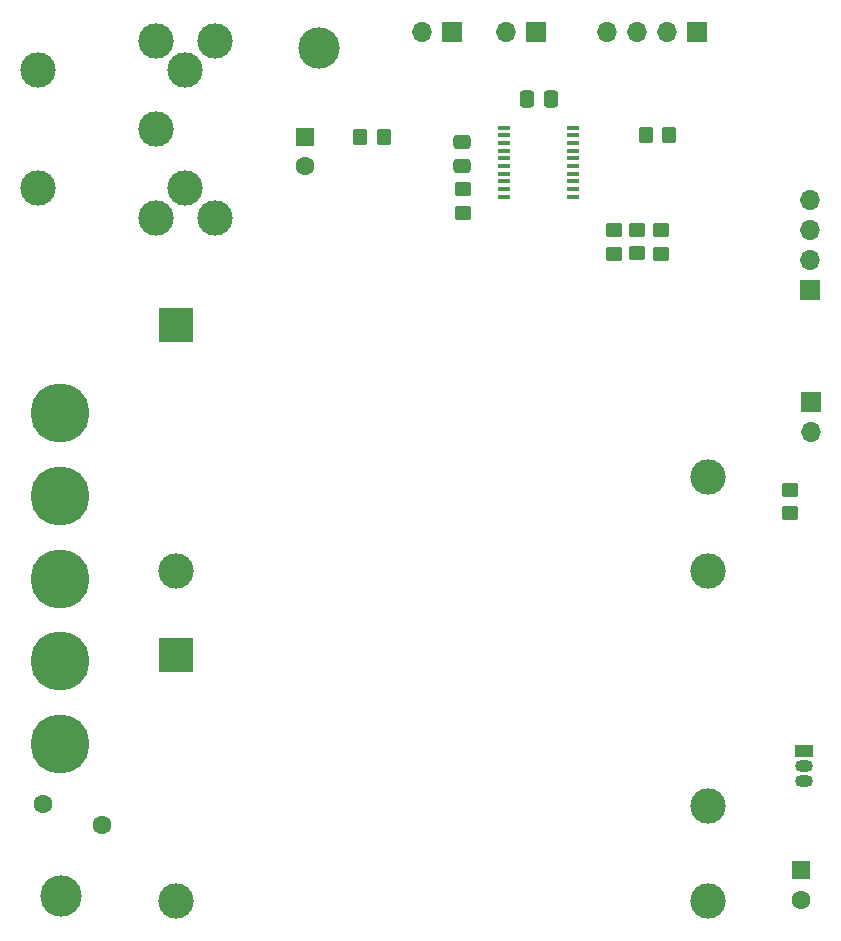
<source format=gbr>
%TF.GenerationSoftware,KiCad,Pcbnew,7.0.11-7.0.11~ubuntu22.04.1*%
%TF.CreationDate,2025-01-31T21:43:45-05:00*%
%TF.ProjectId,C64UltimatePSU,43363455-6c74-4696-9d61-74655053552e,rev?*%
%TF.SameCoordinates,Original*%
%TF.FileFunction,Soldermask,Top*%
%TF.FilePolarity,Negative*%
%FSLAX46Y46*%
G04 Gerber Fmt 4.6, Leading zero omitted, Abs format (unit mm)*
G04 Created by KiCad (PCBNEW 7.0.11-7.0.11~ubuntu22.04.1) date 2025-01-31 21:43:45*
%MOMM*%
%LPD*%
G01*
G04 APERTURE LIST*
G04 Aperture macros list*
%AMRoundRect*
0 Rectangle with rounded corners*
0 $1 Rounding radius*
0 $2 $3 $4 $5 $6 $7 $8 $9 X,Y pos of 4 corners*
0 Add a 4 corners polygon primitive as box body*
4,1,4,$2,$3,$4,$5,$6,$7,$8,$9,$2,$3,0*
0 Add four circle primitives for the rounded corners*
1,1,$1+$1,$2,$3*
1,1,$1+$1,$4,$5*
1,1,$1+$1,$6,$7*
1,1,$1+$1,$8,$9*
0 Add four rect primitives between the rounded corners*
20,1,$1+$1,$2,$3,$4,$5,0*
20,1,$1+$1,$4,$5,$6,$7,0*
20,1,$1+$1,$6,$7,$8,$9,0*
20,1,$1+$1,$8,$9,$2,$3,0*%
G04 Aperture macros list end*
%ADD10RoundRect,0.250000X0.337500X0.475000X-0.337500X0.475000X-0.337500X-0.475000X0.337500X-0.475000X0*%
%ADD11R,1.600000X1.600000*%
%ADD12C,1.600000*%
%ADD13R,1.700000X1.700000*%
%ADD14O,1.700000X1.700000*%
%ADD15R,1.000000X0.400000*%
%ADD16C,5.000000*%
%ADD17R,3.000000X3.000000*%
%ADD18C,3.000000*%
%ADD19C,3.500000*%
%ADD20RoundRect,0.250000X-0.450000X0.350000X-0.450000X-0.350000X0.450000X-0.350000X0.450000X0.350000X0*%
%ADD21RoundRect,0.250000X-0.475000X0.337500X-0.475000X-0.337500X0.475000X-0.337500X0.475000X0.337500X0*%
%ADD22R,1.500000X1.050000*%
%ADD23O,1.500000X1.050000*%
%ADD24RoundRect,0.250000X-0.350000X-0.450000X0.350000X-0.450000X0.350000X0.450000X-0.350000X0.450000X0*%
%ADD25RoundRect,0.250000X0.450000X-0.350000X0.450000X0.350000X-0.450000X0.350000X-0.450000X-0.350000X0*%
G04 APERTURE END LIST*
D10*
%TO.C,C9*%
X148429800Y-59893200D03*
X146354800Y-59893200D03*
%TD*%
D11*
%TO.C,C4*%
X169545000Y-125185800D03*
D12*
X169545000Y-127685800D03*
%TD*%
D13*
%TO.C,J4*%
X170307000Y-76022200D03*
D14*
X170307000Y-73482200D03*
X170307000Y-70942200D03*
X170307000Y-68402200D03*
%TD*%
D13*
%TO.C,J3*%
X170434000Y-85547200D03*
D14*
X170434000Y-88087200D03*
%TD*%
D15*
%TO.C,IC1*%
X144466400Y-62298200D03*
X144466400Y-62948200D03*
X144466400Y-63598200D03*
X144466400Y-64248200D03*
X144466400Y-64898200D03*
X144466400Y-65548200D03*
X144466400Y-66198200D03*
X144466400Y-66848200D03*
X144466400Y-67498200D03*
X144466400Y-68148200D03*
X150266400Y-68148200D03*
X150266400Y-67498200D03*
X150266400Y-66848200D03*
X150266400Y-66198200D03*
X150266400Y-65548200D03*
X150266400Y-64898200D03*
X150266400Y-64248200D03*
X150266400Y-63598200D03*
X150266400Y-62948200D03*
X150266400Y-62298200D03*
%TD*%
D16*
%TO.C,H6*%
X106880600Y-107479600D03*
%TD*%
D13*
%TO.C,J1*%
X160756600Y-54229000D03*
D14*
X158216600Y-54229000D03*
X155676600Y-54229000D03*
X153136600Y-54229000D03*
%TD*%
D17*
%TO.C,PS2*%
X116687600Y-79047400D03*
D18*
X116687600Y-99847400D03*
X161687600Y-99847400D03*
X161687600Y-91847400D03*
%TD*%
D19*
%TO.C,H2*%
X106908600Y-127355600D03*
%TD*%
D18*
%TO.C,J2*%
X114960400Y-69933200D03*
X104960400Y-67433200D03*
X104960400Y-57433200D03*
X114960400Y-62433200D03*
X114960400Y-54933200D03*
X117460400Y-67433200D03*
X117460400Y-57433200D03*
X119960400Y-69933200D03*
X119960400Y-54933200D03*
%TD*%
D16*
%TO.C,H4*%
X106880600Y-100479600D03*
%TD*%
D13*
%TO.C,J5*%
X140055600Y-54229000D03*
D14*
X137515600Y-54229000D03*
%TD*%
D20*
%TO.C,R20*%
X140944600Y-67519000D03*
X140944600Y-69519000D03*
%TD*%
D16*
%TO.C,H3*%
X106880600Y-86479600D03*
%TD*%
D20*
%TO.C,R19*%
X155702000Y-70948800D03*
X155702000Y-72948800D03*
%TD*%
D21*
%TO.C,C12*%
X140919200Y-63509700D03*
X140919200Y-65584700D03*
%TD*%
D22*
%TO.C,IC6*%
X169875200Y-115062000D03*
D23*
X169875200Y-116332000D03*
X169875200Y-117602000D03*
%TD*%
D19*
%TO.C,H1*%
X128778000Y-55549800D03*
%TD*%
D13*
%TO.C,JP2*%
X147142200Y-54203600D03*
D14*
X144602200Y-54203600D03*
%TD*%
D11*
%TO.C,C16*%
X127609600Y-63082800D03*
D12*
X127609600Y-65582800D03*
%TD*%
%TO.C,RV1*%
X105380600Y-119579600D03*
X110380600Y-121379600D03*
%TD*%
D24*
%TO.C,R22*%
X132239000Y-63068200D03*
X134239000Y-63068200D03*
%TD*%
D16*
%TO.C,H5*%
X106880600Y-93479600D03*
%TD*%
D24*
%TO.C,R23*%
X156419800Y-62941200D03*
X158419800Y-62941200D03*
%TD*%
D20*
%TO.C,R21*%
X157708600Y-70974200D03*
X157708600Y-72974200D03*
%TD*%
%TO.C,R18*%
X153746200Y-70974200D03*
X153746200Y-72974200D03*
%TD*%
D16*
%TO.C,H7*%
X106880600Y-114479600D03*
%TD*%
D17*
%TO.C,PS1*%
X116696400Y-106962000D03*
D18*
X116696400Y-127762000D03*
X161696400Y-127762000D03*
X161696400Y-119762000D03*
%TD*%
D25*
%TO.C,R16*%
X168630600Y-94954600D03*
X168630600Y-92954600D03*
%TD*%
M02*

</source>
